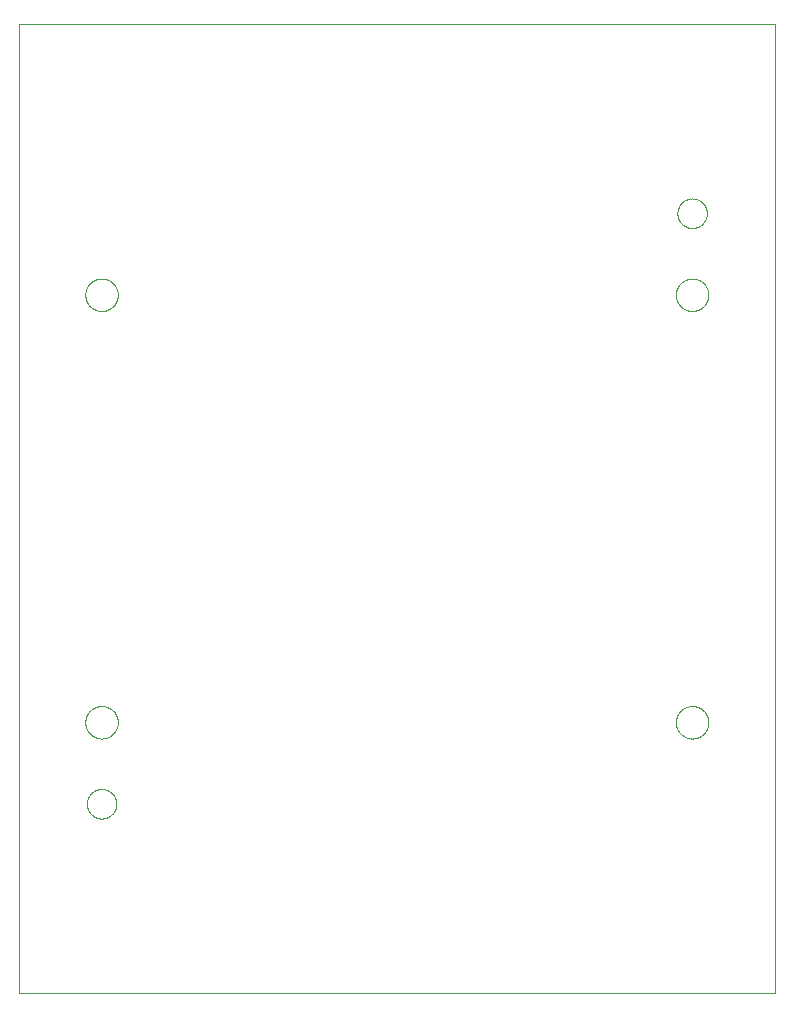
<source format=gbo>
G75*
%MOIN*%
%OFA0B0*%
%FSLAX25Y25*%
%IPPOS*%
%LPD*%
%AMOC8*
5,1,8,0,0,1.08239X$1,22.5*
%
%ADD10C,0.00000*%
D10*
X0001300Y0011772D02*
X0001300Y0334606D01*
X0253269Y0334606D01*
X0253269Y0011772D01*
X0001300Y0011772D01*
X0023938Y0074764D02*
X0023940Y0074904D01*
X0023946Y0075044D01*
X0023956Y0075183D01*
X0023970Y0075322D01*
X0023988Y0075461D01*
X0024009Y0075599D01*
X0024035Y0075737D01*
X0024065Y0075874D01*
X0024098Y0076009D01*
X0024136Y0076144D01*
X0024177Y0076278D01*
X0024222Y0076411D01*
X0024270Y0076542D01*
X0024323Y0076671D01*
X0024379Y0076800D01*
X0024438Y0076926D01*
X0024502Y0077051D01*
X0024568Y0077174D01*
X0024639Y0077295D01*
X0024712Y0077414D01*
X0024789Y0077531D01*
X0024870Y0077645D01*
X0024953Y0077757D01*
X0025040Y0077867D01*
X0025130Y0077975D01*
X0025222Y0078079D01*
X0025318Y0078181D01*
X0025417Y0078281D01*
X0025518Y0078377D01*
X0025622Y0078471D01*
X0025729Y0078561D01*
X0025838Y0078648D01*
X0025950Y0078733D01*
X0026064Y0078814D01*
X0026180Y0078892D01*
X0026298Y0078966D01*
X0026419Y0079037D01*
X0026541Y0079105D01*
X0026666Y0079169D01*
X0026792Y0079230D01*
X0026919Y0079287D01*
X0027049Y0079340D01*
X0027180Y0079390D01*
X0027312Y0079435D01*
X0027445Y0079478D01*
X0027580Y0079516D01*
X0027715Y0079550D01*
X0027852Y0079581D01*
X0027989Y0079608D01*
X0028127Y0079630D01*
X0028266Y0079649D01*
X0028405Y0079664D01*
X0028544Y0079675D01*
X0028684Y0079682D01*
X0028824Y0079685D01*
X0028964Y0079684D01*
X0029104Y0079679D01*
X0029243Y0079670D01*
X0029383Y0079657D01*
X0029522Y0079640D01*
X0029660Y0079619D01*
X0029798Y0079595D01*
X0029935Y0079566D01*
X0030071Y0079534D01*
X0030206Y0079497D01*
X0030340Y0079457D01*
X0030473Y0079413D01*
X0030604Y0079365D01*
X0030734Y0079314D01*
X0030863Y0079259D01*
X0030990Y0079200D01*
X0031115Y0079137D01*
X0031238Y0079072D01*
X0031360Y0079002D01*
X0031479Y0078929D01*
X0031597Y0078853D01*
X0031712Y0078774D01*
X0031825Y0078691D01*
X0031935Y0078605D01*
X0032043Y0078516D01*
X0032148Y0078424D01*
X0032251Y0078329D01*
X0032351Y0078231D01*
X0032448Y0078131D01*
X0032542Y0078027D01*
X0032634Y0077921D01*
X0032722Y0077813D01*
X0032807Y0077702D01*
X0032889Y0077588D01*
X0032968Y0077472D01*
X0033043Y0077355D01*
X0033115Y0077235D01*
X0033183Y0077113D01*
X0033248Y0076989D01*
X0033310Y0076863D01*
X0033368Y0076736D01*
X0033422Y0076607D01*
X0033473Y0076476D01*
X0033519Y0076344D01*
X0033562Y0076211D01*
X0033602Y0076077D01*
X0033637Y0075942D01*
X0033669Y0075805D01*
X0033696Y0075668D01*
X0033720Y0075530D01*
X0033740Y0075392D01*
X0033756Y0075253D01*
X0033768Y0075113D01*
X0033776Y0074974D01*
X0033780Y0074834D01*
X0033780Y0074694D01*
X0033776Y0074554D01*
X0033768Y0074415D01*
X0033756Y0074275D01*
X0033740Y0074136D01*
X0033720Y0073998D01*
X0033696Y0073860D01*
X0033669Y0073723D01*
X0033637Y0073586D01*
X0033602Y0073451D01*
X0033562Y0073317D01*
X0033519Y0073184D01*
X0033473Y0073052D01*
X0033422Y0072921D01*
X0033368Y0072792D01*
X0033310Y0072665D01*
X0033248Y0072539D01*
X0033183Y0072415D01*
X0033115Y0072293D01*
X0033043Y0072173D01*
X0032968Y0072056D01*
X0032889Y0071940D01*
X0032807Y0071826D01*
X0032722Y0071715D01*
X0032634Y0071607D01*
X0032542Y0071501D01*
X0032448Y0071397D01*
X0032351Y0071297D01*
X0032251Y0071199D01*
X0032148Y0071104D01*
X0032043Y0071012D01*
X0031935Y0070923D01*
X0031825Y0070837D01*
X0031712Y0070754D01*
X0031597Y0070675D01*
X0031479Y0070599D01*
X0031360Y0070526D01*
X0031238Y0070456D01*
X0031115Y0070391D01*
X0030990Y0070328D01*
X0030863Y0070269D01*
X0030734Y0070214D01*
X0030604Y0070163D01*
X0030473Y0070115D01*
X0030340Y0070071D01*
X0030206Y0070031D01*
X0030071Y0069994D01*
X0029935Y0069962D01*
X0029798Y0069933D01*
X0029660Y0069909D01*
X0029522Y0069888D01*
X0029383Y0069871D01*
X0029243Y0069858D01*
X0029104Y0069849D01*
X0028964Y0069844D01*
X0028824Y0069843D01*
X0028684Y0069846D01*
X0028544Y0069853D01*
X0028405Y0069864D01*
X0028266Y0069879D01*
X0028127Y0069898D01*
X0027989Y0069920D01*
X0027852Y0069947D01*
X0027715Y0069978D01*
X0027580Y0070012D01*
X0027445Y0070050D01*
X0027312Y0070093D01*
X0027180Y0070138D01*
X0027049Y0070188D01*
X0026919Y0070241D01*
X0026792Y0070298D01*
X0026666Y0070359D01*
X0026541Y0070423D01*
X0026419Y0070491D01*
X0026298Y0070562D01*
X0026180Y0070636D01*
X0026064Y0070714D01*
X0025950Y0070795D01*
X0025838Y0070880D01*
X0025729Y0070967D01*
X0025622Y0071057D01*
X0025518Y0071151D01*
X0025417Y0071247D01*
X0025318Y0071347D01*
X0025222Y0071449D01*
X0025130Y0071553D01*
X0025040Y0071661D01*
X0024953Y0071771D01*
X0024870Y0071883D01*
X0024789Y0071997D01*
X0024712Y0072114D01*
X0024639Y0072233D01*
X0024568Y0072354D01*
X0024502Y0072477D01*
X0024438Y0072602D01*
X0024379Y0072728D01*
X0024323Y0072857D01*
X0024270Y0072986D01*
X0024222Y0073117D01*
X0024177Y0073250D01*
X0024136Y0073384D01*
X0024098Y0073519D01*
X0024065Y0073654D01*
X0024035Y0073791D01*
X0024009Y0073929D01*
X0023988Y0074067D01*
X0023970Y0074206D01*
X0023956Y0074345D01*
X0023946Y0074484D01*
X0023940Y0074624D01*
X0023938Y0074764D01*
X0023446Y0101929D02*
X0023448Y0102076D01*
X0023454Y0102222D01*
X0023464Y0102368D01*
X0023478Y0102514D01*
X0023496Y0102660D01*
X0023517Y0102805D01*
X0023543Y0102949D01*
X0023573Y0103093D01*
X0023606Y0103235D01*
X0023643Y0103377D01*
X0023684Y0103518D01*
X0023729Y0103657D01*
X0023778Y0103796D01*
X0023830Y0103933D01*
X0023887Y0104068D01*
X0023946Y0104202D01*
X0024010Y0104334D01*
X0024077Y0104464D01*
X0024147Y0104593D01*
X0024221Y0104720D01*
X0024298Y0104844D01*
X0024379Y0104967D01*
X0024463Y0105087D01*
X0024550Y0105205D01*
X0024640Y0105320D01*
X0024733Y0105433D01*
X0024830Y0105544D01*
X0024929Y0105652D01*
X0025031Y0105757D01*
X0025136Y0105859D01*
X0025244Y0105958D01*
X0025355Y0106055D01*
X0025468Y0106148D01*
X0025583Y0106238D01*
X0025701Y0106325D01*
X0025821Y0106409D01*
X0025944Y0106490D01*
X0026068Y0106567D01*
X0026195Y0106641D01*
X0026324Y0106711D01*
X0026454Y0106778D01*
X0026586Y0106842D01*
X0026720Y0106901D01*
X0026855Y0106958D01*
X0026992Y0107010D01*
X0027131Y0107059D01*
X0027270Y0107104D01*
X0027411Y0107145D01*
X0027553Y0107182D01*
X0027695Y0107215D01*
X0027839Y0107245D01*
X0027983Y0107271D01*
X0028128Y0107292D01*
X0028274Y0107310D01*
X0028420Y0107324D01*
X0028566Y0107334D01*
X0028712Y0107340D01*
X0028859Y0107342D01*
X0029006Y0107340D01*
X0029152Y0107334D01*
X0029298Y0107324D01*
X0029444Y0107310D01*
X0029590Y0107292D01*
X0029735Y0107271D01*
X0029879Y0107245D01*
X0030023Y0107215D01*
X0030165Y0107182D01*
X0030307Y0107145D01*
X0030448Y0107104D01*
X0030587Y0107059D01*
X0030726Y0107010D01*
X0030863Y0106958D01*
X0030998Y0106901D01*
X0031132Y0106842D01*
X0031264Y0106778D01*
X0031394Y0106711D01*
X0031523Y0106641D01*
X0031650Y0106567D01*
X0031774Y0106490D01*
X0031897Y0106409D01*
X0032017Y0106325D01*
X0032135Y0106238D01*
X0032250Y0106148D01*
X0032363Y0106055D01*
X0032474Y0105958D01*
X0032582Y0105859D01*
X0032687Y0105757D01*
X0032789Y0105652D01*
X0032888Y0105544D01*
X0032985Y0105433D01*
X0033078Y0105320D01*
X0033168Y0105205D01*
X0033255Y0105087D01*
X0033339Y0104967D01*
X0033420Y0104844D01*
X0033497Y0104720D01*
X0033571Y0104593D01*
X0033641Y0104464D01*
X0033708Y0104334D01*
X0033772Y0104202D01*
X0033831Y0104068D01*
X0033888Y0103933D01*
X0033940Y0103796D01*
X0033989Y0103657D01*
X0034034Y0103518D01*
X0034075Y0103377D01*
X0034112Y0103235D01*
X0034145Y0103093D01*
X0034175Y0102949D01*
X0034201Y0102805D01*
X0034222Y0102660D01*
X0034240Y0102514D01*
X0034254Y0102368D01*
X0034264Y0102222D01*
X0034270Y0102076D01*
X0034272Y0101929D01*
X0034270Y0101782D01*
X0034264Y0101636D01*
X0034254Y0101490D01*
X0034240Y0101344D01*
X0034222Y0101198D01*
X0034201Y0101053D01*
X0034175Y0100909D01*
X0034145Y0100765D01*
X0034112Y0100623D01*
X0034075Y0100481D01*
X0034034Y0100340D01*
X0033989Y0100201D01*
X0033940Y0100062D01*
X0033888Y0099925D01*
X0033831Y0099790D01*
X0033772Y0099656D01*
X0033708Y0099524D01*
X0033641Y0099394D01*
X0033571Y0099265D01*
X0033497Y0099138D01*
X0033420Y0099014D01*
X0033339Y0098891D01*
X0033255Y0098771D01*
X0033168Y0098653D01*
X0033078Y0098538D01*
X0032985Y0098425D01*
X0032888Y0098314D01*
X0032789Y0098206D01*
X0032687Y0098101D01*
X0032582Y0097999D01*
X0032474Y0097900D01*
X0032363Y0097803D01*
X0032250Y0097710D01*
X0032135Y0097620D01*
X0032017Y0097533D01*
X0031897Y0097449D01*
X0031774Y0097368D01*
X0031650Y0097291D01*
X0031523Y0097217D01*
X0031394Y0097147D01*
X0031264Y0097080D01*
X0031132Y0097016D01*
X0030998Y0096957D01*
X0030863Y0096900D01*
X0030726Y0096848D01*
X0030587Y0096799D01*
X0030448Y0096754D01*
X0030307Y0096713D01*
X0030165Y0096676D01*
X0030023Y0096643D01*
X0029879Y0096613D01*
X0029735Y0096587D01*
X0029590Y0096566D01*
X0029444Y0096548D01*
X0029298Y0096534D01*
X0029152Y0096524D01*
X0029006Y0096518D01*
X0028859Y0096516D01*
X0028712Y0096518D01*
X0028566Y0096524D01*
X0028420Y0096534D01*
X0028274Y0096548D01*
X0028128Y0096566D01*
X0027983Y0096587D01*
X0027839Y0096613D01*
X0027695Y0096643D01*
X0027553Y0096676D01*
X0027411Y0096713D01*
X0027270Y0096754D01*
X0027131Y0096799D01*
X0026992Y0096848D01*
X0026855Y0096900D01*
X0026720Y0096957D01*
X0026586Y0097016D01*
X0026454Y0097080D01*
X0026324Y0097147D01*
X0026195Y0097217D01*
X0026068Y0097291D01*
X0025944Y0097368D01*
X0025821Y0097449D01*
X0025701Y0097533D01*
X0025583Y0097620D01*
X0025468Y0097710D01*
X0025355Y0097803D01*
X0025244Y0097900D01*
X0025136Y0097999D01*
X0025031Y0098101D01*
X0024929Y0098206D01*
X0024830Y0098314D01*
X0024733Y0098425D01*
X0024640Y0098538D01*
X0024550Y0098653D01*
X0024463Y0098771D01*
X0024379Y0098891D01*
X0024298Y0099014D01*
X0024221Y0099138D01*
X0024147Y0099265D01*
X0024077Y0099394D01*
X0024010Y0099524D01*
X0023946Y0099656D01*
X0023887Y0099790D01*
X0023830Y0099925D01*
X0023778Y0100062D01*
X0023729Y0100201D01*
X0023684Y0100340D01*
X0023643Y0100481D01*
X0023606Y0100623D01*
X0023573Y0100765D01*
X0023543Y0100909D01*
X0023517Y0101053D01*
X0023496Y0101198D01*
X0023478Y0101344D01*
X0023464Y0101490D01*
X0023454Y0101636D01*
X0023448Y0101782D01*
X0023446Y0101929D01*
X0023446Y0244449D02*
X0023448Y0244596D01*
X0023454Y0244742D01*
X0023464Y0244888D01*
X0023478Y0245034D01*
X0023496Y0245180D01*
X0023517Y0245325D01*
X0023543Y0245469D01*
X0023573Y0245613D01*
X0023606Y0245755D01*
X0023643Y0245897D01*
X0023684Y0246038D01*
X0023729Y0246177D01*
X0023778Y0246316D01*
X0023830Y0246453D01*
X0023887Y0246588D01*
X0023946Y0246722D01*
X0024010Y0246854D01*
X0024077Y0246984D01*
X0024147Y0247113D01*
X0024221Y0247240D01*
X0024298Y0247364D01*
X0024379Y0247487D01*
X0024463Y0247607D01*
X0024550Y0247725D01*
X0024640Y0247840D01*
X0024733Y0247953D01*
X0024830Y0248064D01*
X0024929Y0248172D01*
X0025031Y0248277D01*
X0025136Y0248379D01*
X0025244Y0248478D01*
X0025355Y0248575D01*
X0025468Y0248668D01*
X0025583Y0248758D01*
X0025701Y0248845D01*
X0025821Y0248929D01*
X0025944Y0249010D01*
X0026068Y0249087D01*
X0026195Y0249161D01*
X0026324Y0249231D01*
X0026454Y0249298D01*
X0026586Y0249362D01*
X0026720Y0249421D01*
X0026855Y0249478D01*
X0026992Y0249530D01*
X0027131Y0249579D01*
X0027270Y0249624D01*
X0027411Y0249665D01*
X0027553Y0249702D01*
X0027695Y0249735D01*
X0027839Y0249765D01*
X0027983Y0249791D01*
X0028128Y0249812D01*
X0028274Y0249830D01*
X0028420Y0249844D01*
X0028566Y0249854D01*
X0028712Y0249860D01*
X0028859Y0249862D01*
X0029006Y0249860D01*
X0029152Y0249854D01*
X0029298Y0249844D01*
X0029444Y0249830D01*
X0029590Y0249812D01*
X0029735Y0249791D01*
X0029879Y0249765D01*
X0030023Y0249735D01*
X0030165Y0249702D01*
X0030307Y0249665D01*
X0030448Y0249624D01*
X0030587Y0249579D01*
X0030726Y0249530D01*
X0030863Y0249478D01*
X0030998Y0249421D01*
X0031132Y0249362D01*
X0031264Y0249298D01*
X0031394Y0249231D01*
X0031523Y0249161D01*
X0031650Y0249087D01*
X0031774Y0249010D01*
X0031897Y0248929D01*
X0032017Y0248845D01*
X0032135Y0248758D01*
X0032250Y0248668D01*
X0032363Y0248575D01*
X0032474Y0248478D01*
X0032582Y0248379D01*
X0032687Y0248277D01*
X0032789Y0248172D01*
X0032888Y0248064D01*
X0032985Y0247953D01*
X0033078Y0247840D01*
X0033168Y0247725D01*
X0033255Y0247607D01*
X0033339Y0247487D01*
X0033420Y0247364D01*
X0033497Y0247240D01*
X0033571Y0247113D01*
X0033641Y0246984D01*
X0033708Y0246854D01*
X0033772Y0246722D01*
X0033831Y0246588D01*
X0033888Y0246453D01*
X0033940Y0246316D01*
X0033989Y0246177D01*
X0034034Y0246038D01*
X0034075Y0245897D01*
X0034112Y0245755D01*
X0034145Y0245613D01*
X0034175Y0245469D01*
X0034201Y0245325D01*
X0034222Y0245180D01*
X0034240Y0245034D01*
X0034254Y0244888D01*
X0034264Y0244742D01*
X0034270Y0244596D01*
X0034272Y0244449D01*
X0034270Y0244302D01*
X0034264Y0244156D01*
X0034254Y0244010D01*
X0034240Y0243864D01*
X0034222Y0243718D01*
X0034201Y0243573D01*
X0034175Y0243429D01*
X0034145Y0243285D01*
X0034112Y0243143D01*
X0034075Y0243001D01*
X0034034Y0242860D01*
X0033989Y0242721D01*
X0033940Y0242582D01*
X0033888Y0242445D01*
X0033831Y0242310D01*
X0033772Y0242176D01*
X0033708Y0242044D01*
X0033641Y0241914D01*
X0033571Y0241785D01*
X0033497Y0241658D01*
X0033420Y0241534D01*
X0033339Y0241411D01*
X0033255Y0241291D01*
X0033168Y0241173D01*
X0033078Y0241058D01*
X0032985Y0240945D01*
X0032888Y0240834D01*
X0032789Y0240726D01*
X0032687Y0240621D01*
X0032582Y0240519D01*
X0032474Y0240420D01*
X0032363Y0240323D01*
X0032250Y0240230D01*
X0032135Y0240140D01*
X0032017Y0240053D01*
X0031897Y0239969D01*
X0031774Y0239888D01*
X0031650Y0239811D01*
X0031523Y0239737D01*
X0031394Y0239667D01*
X0031264Y0239600D01*
X0031132Y0239536D01*
X0030998Y0239477D01*
X0030863Y0239420D01*
X0030726Y0239368D01*
X0030587Y0239319D01*
X0030448Y0239274D01*
X0030307Y0239233D01*
X0030165Y0239196D01*
X0030023Y0239163D01*
X0029879Y0239133D01*
X0029735Y0239107D01*
X0029590Y0239086D01*
X0029444Y0239068D01*
X0029298Y0239054D01*
X0029152Y0239044D01*
X0029006Y0239038D01*
X0028859Y0239036D01*
X0028712Y0239038D01*
X0028566Y0239044D01*
X0028420Y0239054D01*
X0028274Y0239068D01*
X0028128Y0239086D01*
X0027983Y0239107D01*
X0027839Y0239133D01*
X0027695Y0239163D01*
X0027553Y0239196D01*
X0027411Y0239233D01*
X0027270Y0239274D01*
X0027131Y0239319D01*
X0026992Y0239368D01*
X0026855Y0239420D01*
X0026720Y0239477D01*
X0026586Y0239536D01*
X0026454Y0239600D01*
X0026324Y0239667D01*
X0026195Y0239737D01*
X0026068Y0239811D01*
X0025944Y0239888D01*
X0025821Y0239969D01*
X0025701Y0240053D01*
X0025583Y0240140D01*
X0025468Y0240230D01*
X0025355Y0240323D01*
X0025244Y0240420D01*
X0025136Y0240519D01*
X0025031Y0240621D01*
X0024929Y0240726D01*
X0024830Y0240834D01*
X0024733Y0240945D01*
X0024640Y0241058D01*
X0024550Y0241173D01*
X0024463Y0241291D01*
X0024379Y0241411D01*
X0024298Y0241534D01*
X0024221Y0241658D01*
X0024147Y0241785D01*
X0024077Y0241914D01*
X0024010Y0242044D01*
X0023946Y0242176D01*
X0023887Y0242310D01*
X0023830Y0242445D01*
X0023778Y0242582D01*
X0023729Y0242721D01*
X0023684Y0242860D01*
X0023643Y0243001D01*
X0023606Y0243143D01*
X0023573Y0243285D01*
X0023543Y0243429D01*
X0023517Y0243573D01*
X0023496Y0243718D01*
X0023478Y0243864D01*
X0023464Y0244010D01*
X0023454Y0244156D01*
X0023448Y0244302D01*
X0023446Y0244449D01*
X0220296Y0244449D02*
X0220298Y0244596D01*
X0220304Y0244742D01*
X0220314Y0244888D01*
X0220328Y0245034D01*
X0220346Y0245180D01*
X0220367Y0245325D01*
X0220393Y0245469D01*
X0220423Y0245613D01*
X0220456Y0245755D01*
X0220493Y0245897D01*
X0220534Y0246038D01*
X0220579Y0246177D01*
X0220628Y0246316D01*
X0220680Y0246453D01*
X0220737Y0246588D01*
X0220796Y0246722D01*
X0220860Y0246854D01*
X0220927Y0246984D01*
X0220997Y0247113D01*
X0221071Y0247240D01*
X0221148Y0247364D01*
X0221229Y0247487D01*
X0221313Y0247607D01*
X0221400Y0247725D01*
X0221490Y0247840D01*
X0221583Y0247953D01*
X0221680Y0248064D01*
X0221779Y0248172D01*
X0221881Y0248277D01*
X0221986Y0248379D01*
X0222094Y0248478D01*
X0222205Y0248575D01*
X0222318Y0248668D01*
X0222433Y0248758D01*
X0222551Y0248845D01*
X0222671Y0248929D01*
X0222794Y0249010D01*
X0222918Y0249087D01*
X0223045Y0249161D01*
X0223174Y0249231D01*
X0223304Y0249298D01*
X0223436Y0249362D01*
X0223570Y0249421D01*
X0223705Y0249478D01*
X0223842Y0249530D01*
X0223981Y0249579D01*
X0224120Y0249624D01*
X0224261Y0249665D01*
X0224403Y0249702D01*
X0224545Y0249735D01*
X0224689Y0249765D01*
X0224833Y0249791D01*
X0224978Y0249812D01*
X0225124Y0249830D01*
X0225270Y0249844D01*
X0225416Y0249854D01*
X0225562Y0249860D01*
X0225709Y0249862D01*
X0225856Y0249860D01*
X0226002Y0249854D01*
X0226148Y0249844D01*
X0226294Y0249830D01*
X0226440Y0249812D01*
X0226585Y0249791D01*
X0226729Y0249765D01*
X0226873Y0249735D01*
X0227015Y0249702D01*
X0227157Y0249665D01*
X0227298Y0249624D01*
X0227437Y0249579D01*
X0227576Y0249530D01*
X0227713Y0249478D01*
X0227848Y0249421D01*
X0227982Y0249362D01*
X0228114Y0249298D01*
X0228244Y0249231D01*
X0228373Y0249161D01*
X0228500Y0249087D01*
X0228624Y0249010D01*
X0228747Y0248929D01*
X0228867Y0248845D01*
X0228985Y0248758D01*
X0229100Y0248668D01*
X0229213Y0248575D01*
X0229324Y0248478D01*
X0229432Y0248379D01*
X0229537Y0248277D01*
X0229639Y0248172D01*
X0229738Y0248064D01*
X0229835Y0247953D01*
X0229928Y0247840D01*
X0230018Y0247725D01*
X0230105Y0247607D01*
X0230189Y0247487D01*
X0230270Y0247364D01*
X0230347Y0247240D01*
X0230421Y0247113D01*
X0230491Y0246984D01*
X0230558Y0246854D01*
X0230622Y0246722D01*
X0230681Y0246588D01*
X0230738Y0246453D01*
X0230790Y0246316D01*
X0230839Y0246177D01*
X0230884Y0246038D01*
X0230925Y0245897D01*
X0230962Y0245755D01*
X0230995Y0245613D01*
X0231025Y0245469D01*
X0231051Y0245325D01*
X0231072Y0245180D01*
X0231090Y0245034D01*
X0231104Y0244888D01*
X0231114Y0244742D01*
X0231120Y0244596D01*
X0231122Y0244449D01*
X0231120Y0244302D01*
X0231114Y0244156D01*
X0231104Y0244010D01*
X0231090Y0243864D01*
X0231072Y0243718D01*
X0231051Y0243573D01*
X0231025Y0243429D01*
X0230995Y0243285D01*
X0230962Y0243143D01*
X0230925Y0243001D01*
X0230884Y0242860D01*
X0230839Y0242721D01*
X0230790Y0242582D01*
X0230738Y0242445D01*
X0230681Y0242310D01*
X0230622Y0242176D01*
X0230558Y0242044D01*
X0230491Y0241914D01*
X0230421Y0241785D01*
X0230347Y0241658D01*
X0230270Y0241534D01*
X0230189Y0241411D01*
X0230105Y0241291D01*
X0230018Y0241173D01*
X0229928Y0241058D01*
X0229835Y0240945D01*
X0229738Y0240834D01*
X0229639Y0240726D01*
X0229537Y0240621D01*
X0229432Y0240519D01*
X0229324Y0240420D01*
X0229213Y0240323D01*
X0229100Y0240230D01*
X0228985Y0240140D01*
X0228867Y0240053D01*
X0228747Y0239969D01*
X0228624Y0239888D01*
X0228500Y0239811D01*
X0228373Y0239737D01*
X0228244Y0239667D01*
X0228114Y0239600D01*
X0227982Y0239536D01*
X0227848Y0239477D01*
X0227713Y0239420D01*
X0227576Y0239368D01*
X0227437Y0239319D01*
X0227298Y0239274D01*
X0227157Y0239233D01*
X0227015Y0239196D01*
X0226873Y0239163D01*
X0226729Y0239133D01*
X0226585Y0239107D01*
X0226440Y0239086D01*
X0226294Y0239068D01*
X0226148Y0239054D01*
X0226002Y0239044D01*
X0225856Y0239038D01*
X0225709Y0239036D01*
X0225562Y0239038D01*
X0225416Y0239044D01*
X0225270Y0239054D01*
X0225124Y0239068D01*
X0224978Y0239086D01*
X0224833Y0239107D01*
X0224689Y0239133D01*
X0224545Y0239163D01*
X0224403Y0239196D01*
X0224261Y0239233D01*
X0224120Y0239274D01*
X0223981Y0239319D01*
X0223842Y0239368D01*
X0223705Y0239420D01*
X0223570Y0239477D01*
X0223436Y0239536D01*
X0223304Y0239600D01*
X0223174Y0239667D01*
X0223045Y0239737D01*
X0222918Y0239811D01*
X0222794Y0239888D01*
X0222671Y0239969D01*
X0222551Y0240053D01*
X0222433Y0240140D01*
X0222318Y0240230D01*
X0222205Y0240323D01*
X0222094Y0240420D01*
X0221986Y0240519D01*
X0221881Y0240621D01*
X0221779Y0240726D01*
X0221680Y0240834D01*
X0221583Y0240945D01*
X0221490Y0241058D01*
X0221400Y0241173D01*
X0221313Y0241291D01*
X0221229Y0241411D01*
X0221148Y0241534D01*
X0221071Y0241658D01*
X0220997Y0241785D01*
X0220927Y0241914D01*
X0220860Y0242044D01*
X0220796Y0242176D01*
X0220737Y0242310D01*
X0220680Y0242445D01*
X0220628Y0242582D01*
X0220579Y0242721D01*
X0220534Y0242860D01*
X0220493Y0243001D01*
X0220456Y0243143D01*
X0220423Y0243285D01*
X0220393Y0243429D01*
X0220367Y0243573D01*
X0220346Y0243718D01*
X0220328Y0243864D01*
X0220314Y0244010D01*
X0220304Y0244156D01*
X0220298Y0244302D01*
X0220296Y0244449D01*
X0220788Y0271614D02*
X0220790Y0271754D01*
X0220796Y0271894D01*
X0220806Y0272033D01*
X0220820Y0272172D01*
X0220838Y0272311D01*
X0220859Y0272449D01*
X0220885Y0272587D01*
X0220915Y0272724D01*
X0220948Y0272859D01*
X0220986Y0272994D01*
X0221027Y0273128D01*
X0221072Y0273261D01*
X0221120Y0273392D01*
X0221173Y0273521D01*
X0221229Y0273650D01*
X0221288Y0273776D01*
X0221352Y0273901D01*
X0221418Y0274024D01*
X0221489Y0274145D01*
X0221562Y0274264D01*
X0221639Y0274381D01*
X0221720Y0274495D01*
X0221803Y0274607D01*
X0221890Y0274717D01*
X0221980Y0274825D01*
X0222072Y0274929D01*
X0222168Y0275031D01*
X0222267Y0275131D01*
X0222368Y0275227D01*
X0222472Y0275321D01*
X0222579Y0275411D01*
X0222688Y0275498D01*
X0222800Y0275583D01*
X0222914Y0275664D01*
X0223030Y0275742D01*
X0223148Y0275816D01*
X0223269Y0275887D01*
X0223391Y0275955D01*
X0223516Y0276019D01*
X0223642Y0276080D01*
X0223769Y0276137D01*
X0223899Y0276190D01*
X0224030Y0276240D01*
X0224162Y0276285D01*
X0224295Y0276328D01*
X0224430Y0276366D01*
X0224565Y0276400D01*
X0224702Y0276431D01*
X0224839Y0276458D01*
X0224977Y0276480D01*
X0225116Y0276499D01*
X0225255Y0276514D01*
X0225394Y0276525D01*
X0225534Y0276532D01*
X0225674Y0276535D01*
X0225814Y0276534D01*
X0225954Y0276529D01*
X0226093Y0276520D01*
X0226233Y0276507D01*
X0226372Y0276490D01*
X0226510Y0276469D01*
X0226648Y0276445D01*
X0226785Y0276416D01*
X0226921Y0276384D01*
X0227056Y0276347D01*
X0227190Y0276307D01*
X0227323Y0276263D01*
X0227454Y0276215D01*
X0227584Y0276164D01*
X0227713Y0276109D01*
X0227840Y0276050D01*
X0227965Y0275987D01*
X0228088Y0275922D01*
X0228210Y0275852D01*
X0228329Y0275779D01*
X0228447Y0275703D01*
X0228562Y0275624D01*
X0228675Y0275541D01*
X0228785Y0275455D01*
X0228893Y0275366D01*
X0228998Y0275274D01*
X0229101Y0275179D01*
X0229201Y0275081D01*
X0229298Y0274981D01*
X0229392Y0274877D01*
X0229484Y0274771D01*
X0229572Y0274663D01*
X0229657Y0274552D01*
X0229739Y0274438D01*
X0229818Y0274322D01*
X0229893Y0274205D01*
X0229965Y0274085D01*
X0230033Y0273963D01*
X0230098Y0273839D01*
X0230160Y0273713D01*
X0230218Y0273586D01*
X0230272Y0273457D01*
X0230323Y0273326D01*
X0230369Y0273194D01*
X0230412Y0273061D01*
X0230452Y0272927D01*
X0230487Y0272792D01*
X0230519Y0272655D01*
X0230546Y0272518D01*
X0230570Y0272380D01*
X0230590Y0272242D01*
X0230606Y0272103D01*
X0230618Y0271963D01*
X0230626Y0271824D01*
X0230630Y0271684D01*
X0230630Y0271544D01*
X0230626Y0271404D01*
X0230618Y0271265D01*
X0230606Y0271125D01*
X0230590Y0270986D01*
X0230570Y0270848D01*
X0230546Y0270710D01*
X0230519Y0270573D01*
X0230487Y0270436D01*
X0230452Y0270301D01*
X0230412Y0270167D01*
X0230369Y0270034D01*
X0230323Y0269902D01*
X0230272Y0269771D01*
X0230218Y0269642D01*
X0230160Y0269515D01*
X0230098Y0269389D01*
X0230033Y0269265D01*
X0229965Y0269143D01*
X0229893Y0269023D01*
X0229818Y0268906D01*
X0229739Y0268790D01*
X0229657Y0268676D01*
X0229572Y0268565D01*
X0229484Y0268457D01*
X0229392Y0268351D01*
X0229298Y0268247D01*
X0229201Y0268147D01*
X0229101Y0268049D01*
X0228998Y0267954D01*
X0228893Y0267862D01*
X0228785Y0267773D01*
X0228675Y0267687D01*
X0228562Y0267604D01*
X0228447Y0267525D01*
X0228329Y0267449D01*
X0228210Y0267376D01*
X0228088Y0267306D01*
X0227965Y0267241D01*
X0227840Y0267178D01*
X0227713Y0267119D01*
X0227584Y0267064D01*
X0227454Y0267013D01*
X0227323Y0266965D01*
X0227190Y0266921D01*
X0227056Y0266881D01*
X0226921Y0266844D01*
X0226785Y0266812D01*
X0226648Y0266783D01*
X0226510Y0266759D01*
X0226372Y0266738D01*
X0226233Y0266721D01*
X0226093Y0266708D01*
X0225954Y0266699D01*
X0225814Y0266694D01*
X0225674Y0266693D01*
X0225534Y0266696D01*
X0225394Y0266703D01*
X0225255Y0266714D01*
X0225116Y0266729D01*
X0224977Y0266748D01*
X0224839Y0266770D01*
X0224702Y0266797D01*
X0224565Y0266828D01*
X0224430Y0266862D01*
X0224295Y0266900D01*
X0224162Y0266943D01*
X0224030Y0266988D01*
X0223899Y0267038D01*
X0223769Y0267091D01*
X0223642Y0267148D01*
X0223516Y0267209D01*
X0223391Y0267273D01*
X0223269Y0267341D01*
X0223148Y0267412D01*
X0223030Y0267486D01*
X0222914Y0267564D01*
X0222800Y0267645D01*
X0222688Y0267730D01*
X0222579Y0267817D01*
X0222472Y0267907D01*
X0222368Y0268001D01*
X0222267Y0268097D01*
X0222168Y0268197D01*
X0222072Y0268299D01*
X0221980Y0268403D01*
X0221890Y0268511D01*
X0221803Y0268621D01*
X0221720Y0268733D01*
X0221639Y0268847D01*
X0221562Y0268964D01*
X0221489Y0269083D01*
X0221418Y0269204D01*
X0221352Y0269327D01*
X0221288Y0269452D01*
X0221229Y0269578D01*
X0221173Y0269707D01*
X0221120Y0269836D01*
X0221072Y0269967D01*
X0221027Y0270100D01*
X0220986Y0270234D01*
X0220948Y0270369D01*
X0220915Y0270504D01*
X0220885Y0270641D01*
X0220859Y0270779D01*
X0220838Y0270917D01*
X0220820Y0271056D01*
X0220806Y0271195D01*
X0220796Y0271334D01*
X0220790Y0271474D01*
X0220788Y0271614D01*
X0220296Y0101929D02*
X0220298Y0102076D01*
X0220304Y0102222D01*
X0220314Y0102368D01*
X0220328Y0102514D01*
X0220346Y0102660D01*
X0220367Y0102805D01*
X0220393Y0102949D01*
X0220423Y0103093D01*
X0220456Y0103235D01*
X0220493Y0103377D01*
X0220534Y0103518D01*
X0220579Y0103657D01*
X0220628Y0103796D01*
X0220680Y0103933D01*
X0220737Y0104068D01*
X0220796Y0104202D01*
X0220860Y0104334D01*
X0220927Y0104464D01*
X0220997Y0104593D01*
X0221071Y0104720D01*
X0221148Y0104844D01*
X0221229Y0104967D01*
X0221313Y0105087D01*
X0221400Y0105205D01*
X0221490Y0105320D01*
X0221583Y0105433D01*
X0221680Y0105544D01*
X0221779Y0105652D01*
X0221881Y0105757D01*
X0221986Y0105859D01*
X0222094Y0105958D01*
X0222205Y0106055D01*
X0222318Y0106148D01*
X0222433Y0106238D01*
X0222551Y0106325D01*
X0222671Y0106409D01*
X0222794Y0106490D01*
X0222918Y0106567D01*
X0223045Y0106641D01*
X0223174Y0106711D01*
X0223304Y0106778D01*
X0223436Y0106842D01*
X0223570Y0106901D01*
X0223705Y0106958D01*
X0223842Y0107010D01*
X0223981Y0107059D01*
X0224120Y0107104D01*
X0224261Y0107145D01*
X0224403Y0107182D01*
X0224545Y0107215D01*
X0224689Y0107245D01*
X0224833Y0107271D01*
X0224978Y0107292D01*
X0225124Y0107310D01*
X0225270Y0107324D01*
X0225416Y0107334D01*
X0225562Y0107340D01*
X0225709Y0107342D01*
X0225856Y0107340D01*
X0226002Y0107334D01*
X0226148Y0107324D01*
X0226294Y0107310D01*
X0226440Y0107292D01*
X0226585Y0107271D01*
X0226729Y0107245D01*
X0226873Y0107215D01*
X0227015Y0107182D01*
X0227157Y0107145D01*
X0227298Y0107104D01*
X0227437Y0107059D01*
X0227576Y0107010D01*
X0227713Y0106958D01*
X0227848Y0106901D01*
X0227982Y0106842D01*
X0228114Y0106778D01*
X0228244Y0106711D01*
X0228373Y0106641D01*
X0228500Y0106567D01*
X0228624Y0106490D01*
X0228747Y0106409D01*
X0228867Y0106325D01*
X0228985Y0106238D01*
X0229100Y0106148D01*
X0229213Y0106055D01*
X0229324Y0105958D01*
X0229432Y0105859D01*
X0229537Y0105757D01*
X0229639Y0105652D01*
X0229738Y0105544D01*
X0229835Y0105433D01*
X0229928Y0105320D01*
X0230018Y0105205D01*
X0230105Y0105087D01*
X0230189Y0104967D01*
X0230270Y0104844D01*
X0230347Y0104720D01*
X0230421Y0104593D01*
X0230491Y0104464D01*
X0230558Y0104334D01*
X0230622Y0104202D01*
X0230681Y0104068D01*
X0230738Y0103933D01*
X0230790Y0103796D01*
X0230839Y0103657D01*
X0230884Y0103518D01*
X0230925Y0103377D01*
X0230962Y0103235D01*
X0230995Y0103093D01*
X0231025Y0102949D01*
X0231051Y0102805D01*
X0231072Y0102660D01*
X0231090Y0102514D01*
X0231104Y0102368D01*
X0231114Y0102222D01*
X0231120Y0102076D01*
X0231122Y0101929D01*
X0231120Y0101782D01*
X0231114Y0101636D01*
X0231104Y0101490D01*
X0231090Y0101344D01*
X0231072Y0101198D01*
X0231051Y0101053D01*
X0231025Y0100909D01*
X0230995Y0100765D01*
X0230962Y0100623D01*
X0230925Y0100481D01*
X0230884Y0100340D01*
X0230839Y0100201D01*
X0230790Y0100062D01*
X0230738Y0099925D01*
X0230681Y0099790D01*
X0230622Y0099656D01*
X0230558Y0099524D01*
X0230491Y0099394D01*
X0230421Y0099265D01*
X0230347Y0099138D01*
X0230270Y0099014D01*
X0230189Y0098891D01*
X0230105Y0098771D01*
X0230018Y0098653D01*
X0229928Y0098538D01*
X0229835Y0098425D01*
X0229738Y0098314D01*
X0229639Y0098206D01*
X0229537Y0098101D01*
X0229432Y0097999D01*
X0229324Y0097900D01*
X0229213Y0097803D01*
X0229100Y0097710D01*
X0228985Y0097620D01*
X0228867Y0097533D01*
X0228747Y0097449D01*
X0228624Y0097368D01*
X0228500Y0097291D01*
X0228373Y0097217D01*
X0228244Y0097147D01*
X0228114Y0097080D01*
X0227982Y0097016D01*
X0227848Y0096957D01*
X0227713Y0096900D01*
X0227576Y0096848D01*
X0227437Y0096799D01*
X0227298Y0096754D01*
X0227157Y0096713D01*
X0227015Y0096676D01*
X0226873Y0096643D01*
X0226729Y0096613D01*
X0226585Y0096587D01*
X0226440Y0096566D01*
X0226294Y0096548D01*
X0226148Y0096534D01*
X0226002Y0096524D01*
X0225856Y0096518D01*
X0225709Y0096516D01*
X0225562Y0096518D01*
X0225416Y0096524D01*
X0225270Y0096534D01*
X0225124Y0096548D01*
X0224978Y0096566D01*
X0224833Y0096587D01*
X0224689Y0096613D01*
X0224545Y0096643D01*
X0224403Y0096676D01*
X0224261Y0096713D01*
X0224120Y0096754D01*
X0223981Y0096799D01*
X0223842Y0096848D01*
X0223705Y0096900D01*
X0223570Y0096957D01*
X0223436Y0097016D01*
X0223304Y0097080D01*
X0223174Y0097147D01*
X0223045Y0097217D01*
X0222918Y0097291D01*
X0222794Y0097368D01*
X0222671Y0097449D01*
X0222551Y0097533D01*
X0222433Y0097620D01*
X0222318Y0097710D01*
X0222205Y0097803D01*
X0222094Y0097900D01*
X0221986Y0097999D01*
X0221881Y0098101D01*
X0221779Y0098206D01*
X0221680Y0098314D01*
X0221583Y0098425D01*
X0221490Y0098538D01*
X0221400Y0098653D01*
X0221313Y0098771D01*
X0221229Y0098891D01*
X0221148Y0099014D01*
X0221071Y0099138D01*
X0220997Y0099265D01*
X0220927Y0099394D01*
X0220860Y0099524D01*
X0220796Y0099656D01*
X0220737Y0099790D01*
X0220680Y0099925D01*
X0220628Y0100062D01*
X0220579Y0100201D01*
X0220534Y0100340D01*
X0220493Y0100481D01*
X0220456Y0100623D01*
X0220423Y0100765D01*
X0220393Y0100909D01*
X0220367Y0101053D01*
X0220346Y0101198D01*
X0220328Y0101344D01*
X0220314Y0101490D01*
X0220304Y0101636D01*
X0220298Y0101782D01*
X0220296Y0101929D01*
M02*

</source>
